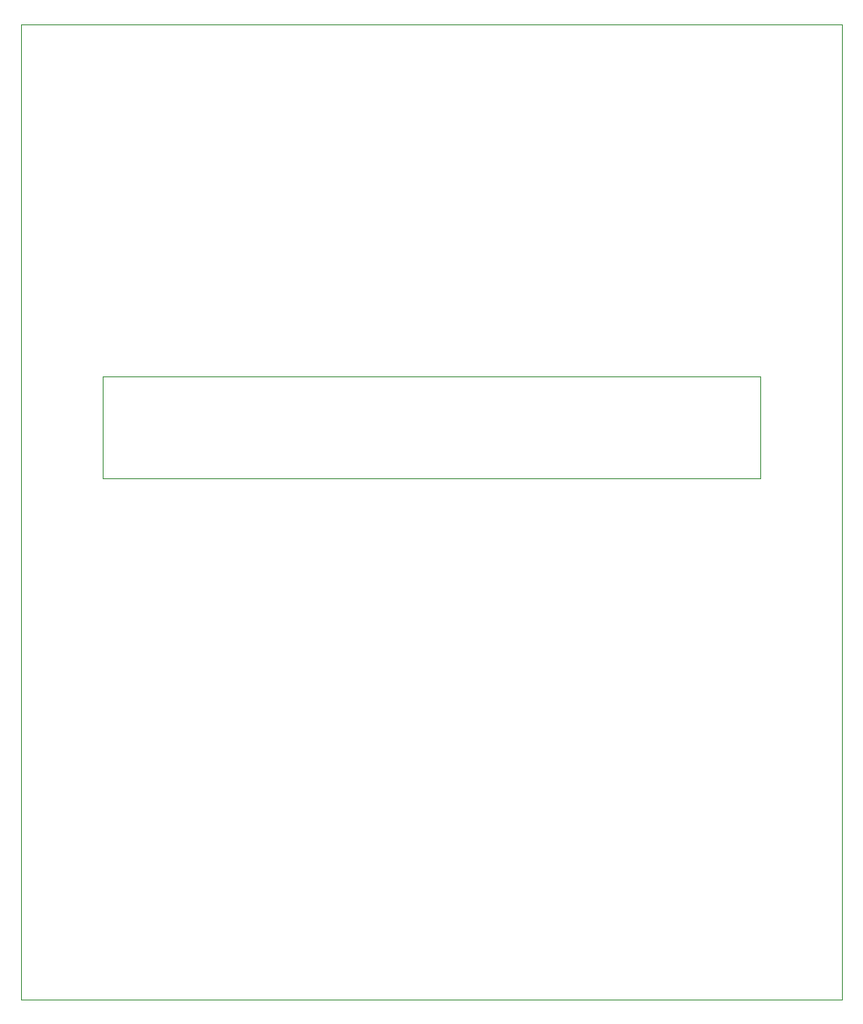
<source format=gbr>
G04 #@! TF.GenerationSoftware,KiCad,Pcbnew,(5.1.2)-2*
G04 #@! TF.CreationDate,2021-04-07T22:17:06-04:00*
G04 #@! TF.ProjectId,Magnetometer_A,4d61676e-6574-46f6-9d65-7465725f412e,rev?*
G04 #@! TF.SameCoordinates,Original*
G04 #@! TF.FileFunction,Profile,NP*
%FSLAX46Y46*%
G04 Gerber Fmt 4.6, Leading zero omitted, Abs format (unit mm)*
G04 Created by KiCad (PCBNEW (5.1.2)-2) date 2021-04-07 22:17:06*
%MOMM*%
%LPD*%
G04 APERTURE LIST*
%ADD10C,0.050000*%
G04 APERTURE END LIST*
D10*
X110100000Y-68350000D02*
X110100000Y-78550000D01*
X43900000Y-68350000D02*
X110100000Y-68350000D01*
X43900000Y-78550000D02*
X43900000Y-68350000D01*
X110100000Y-78550000D02*
X43900000Y-78550000D01*
X118300000Y-130950000D02*
X35700000Y-130950000D01*
X118300000Y-32950000D02*
X118300000Y-130950000D01*
X35700000Y-32950000D02*
X35700000Y-130950000D01*
X35700000Y-32950000D02*
X118300000Y-32950000D01*
M02*

</source>
